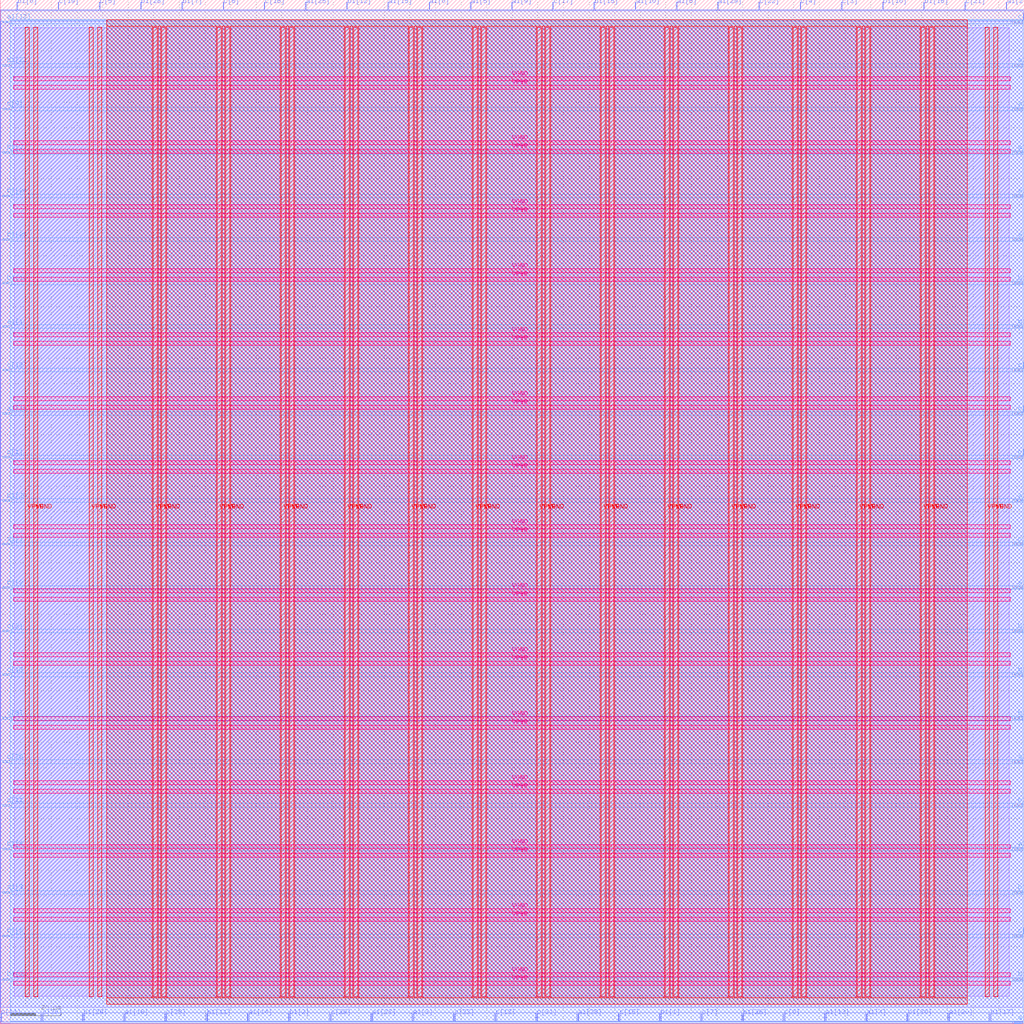
<source format=lef>
VERSION 5.7 ;
  NOWIREEXTENSIONATPIN ON ;
  DIVIDERCHAR "/" ;
  BUSBITCHARS "[]" ;
MACRO ks_vandana_fp_div
  CLASS BLOCK ;
  FOREIGN ks_vandana_fp_div ;
  ORIGIN 0.000 0.000 ;
  SIZE 400.000 BY 400.000 ;
  PIN VGND
    DIRECTION INOUT ;
    USE GROUND ;
    PORT
      LAYER met4 ;
        RECT 13.020 10.640 14.620 389.200 ;
    END
    PORT
      LAYER met4 ;
        RECT 38.020 10.640 39.620 389.200 ;
    END
    PORT
      LAYER met4 ;
        RECT 63.020 10.640 64.620 389.200 ;
    END
    PORT
      LAYER met4 ;
        RECT 88.020 10.640 89.620 389.200 ;
    END
    PORT
      LAYER met4 ;
        RECT 113.020 10.640 114.620 389.200 ;
    END
    PORT
      LAYER met4 ;
        RECT 138.020 10.640 139.620 389.200 ;
    END
    PORT
      LAYER met4 ;
        RECT 163.020 10.640 164.620 389.200 ;
    END
    PORT
      LAYER met4 ;
        RECT 188.020 10.640 189.620 389.200 ;
    END
    PORT
      LAYER met4 ;
        RECT 213.020 10.640 214.620 389.200 ;
    END
    PORT
      LAYER met4 ;
        RECT 238.020 10.640 239.620 389.200 ;
    END
    PORT
      LAYER met4 ;
        RECT 263.020 10.640 264.620 389.200 ;
    END
    PORT
      LAYER met4 ;
        RECT 288.020 10.640 289.620 389.200 ;
    END
    PORT
      LAYER met4 ;
        RECT 313.020 10.640 314.620 389.200 ;
    END
    PORT
      LAYER met4 ;
        RECT 338.020 10.640 339.620 389.200 ;
    END
    PORT
      LAYER met4 ;
        RECT 363.020 10.640 364.620 389.200 ;
    END
    PORT
      LAYER met4 ;
        RECT 388.020 10.640 389.620 389.200 ;
    END
    PORT
      LAYER met5 ;
        RECT 5.280 18.380 394.460 19.980 ;
    END
    PORT
      LAYER met5 ;
        RECT 5.280 43.380 394.460 44.980 ;
    END
    PORT
      LAYER met5 ;
        RECT 5.280 68.380 394.460 69.980 ;
    END
    PORT
      LAYER met5 ;
        RECT 5.280 93.380 394.460 94.980 ;
    END
    PORT
      LAYER met5 ;
        RECT 5.280 118.380 394.460 119.980 ;
    END
    PORT
      LAYER met5 ;
        RECT 5.280 143.380 394.460 144.980 ;
    END
    PORT
      LAYER met5 ;
        RECT 5.280 168.380 394.460 169.980 ;
    END
    PORT
      LAYER met5 ;
        RECT 5.280 193.380 394.460 194.980 ;
    END
    PORT
      LAYER met5 ;
        RECT 5.280 218.380 394.460 219.980 ;
    END
    PORT
      LAYER met5 ;
        RECT 5.280 243.380 394.460 244.980 ;
    END
    PORT
      LAYER met5 ;
        RECT 5.280 268.380 394.460 269.980 ;
    END
    PORT
      LAYER met5 ;
        RECT 5.280 293.380 394.460 294.980 ;
    END
    PORT
      LAYER met5 ;
        RECT 5.280 318.380 394.460 319.980 ;
    END
    PORT
      LAYER met5 ;
        RECT 5.280 343.380 394.460 344.980 ;
    END
    PORT
      LAYER met5 ;
        RECT 5.280 368.380 394.460 369.980 ;
    END
  END VGND
  PIN VPWR
    DIRECTION INOUT ;
    USE POWER ;
    PORT
      LAYER met4 ;
        RECT 9.720 10.640 11.320 389.200 ;
    END
    PORT
      LAYER met4 ;
        RECT 34.720 10.640 36.320 389.200 ;
    END
    PORT
      LAYER met4 ;
        RECT 59.720 10.640 61.320 389.200 ;
    END
    PORT
      LAYER met4 ;
        RECT 84.720 10.640 86.320 389.200 ;
    END
    PORT
      LAYER met4 ;
        RECT 109.720 10.640 111.320 389.200 ;
    END
    PORT
      LAYER met4 ;
        RECT 134.720 10.640 136.320 389.200 ;
    END
    PORT
      LAYER met4 ;
        RECT 159.720 10.640 161.320 389.200 ;
    END
    PORT
      LAYER met4 ;
        RECT 184.720 10.640 186.320 389.200 ;
    END
    PORT
      LAYER met4 ;
        RECT 209.720 10.640 211.320 389.200 ;
    END
    PORT
      LAYER met4 ;
        RECT 234.720 10.640 236.320 389.200 ;
    END
    PORT
      LAYER met4 ;
        RECT 259.720 10.640 261.320 389.200 ;
    END
    PORT
      LAYER met4 ;
        RECT 284.720 10.640 286.320 389.200 ;
    END
    PORT
      LAYER met4 ;
        RECT 309.720 10.640 311.320 389.200 ;
    END
    PORT
      LAYER met4 ;
        RECT 334.720 10.640 336.320 389.200 ;
    END
    PORT
      LAYER met4 ;
        RECT 359.720 10.640 361.320 389.200 ;
    END
    PORT
      LAYER met4 ;
        RECT 384.720 10.640 386.320 389.200 ;
    END
    PORT
      LAYER met5 ;
        RECT 5.280 15.080 394.460 16.680 ;
    END
    PORT
      LAYER met5 ;
        RECT 5.280 40.080 394.460 41.680 ;
    END
    PORT
      LAYER met5 ;
        RECT 5.280 65.080 394.460 66.680 ;
    END
    PORT
      LAYER met5 ;
        RECT 5.280 90.080 394.460 91.680 ;
    END
    PORT
      LAYER met5 ;
        RECT 5.280 115.080 394.460 116.680 ;
    END
    PORT
      LAYER met5 ;
        RECT 5.280 140.080 394.460 141.680 ;
    END
    PORT
      LAYER met5 ;
        RECT 5.280 165.080 394.460 166.680 ;
    END
    PORT
      LAYER met5 ;
        RECT 5.280 190.080 394.460 191.680 ;
    END
    PORT
      LAYER met5 ;
        RECT 5.280 215.080 394.460 216.680 ;
    END
    PORT
      LAYER met5 ;
        RECT 5.280 240.080 394.460 241.680 ;
    END
    PORT
      LAYER met5 ;
        RECT 5.280 265.080 394.460 266.680 ;
    END
    PORT
      LAYER met5 ;
        RECT 5.280 290.080 394.460 291.680 ;
    END
    PORT
      LAYER met5 ;
        RECT 5.280 315.080 394.460 316.680 ;
    END
    PORT
      LAYER met5 ;
        RECT 5.280 340.080 394.460 341.680 ;
    END
    PORT
      LAYER met5 ;
        RECT 5.280 365.080 394.460 366.680 ;
    END
  END VPWR
  PIN a1[0]
    DIRECTION INPUT ;
    USE SIGNAL ;
    PORT
      LAYER met2 ;
        RECT 167.530 396.000 167.810 399.000 ;
    END
  END a1[0]
  PIN a1[10]
    DIRECTION INPUT ;
    USE SIGNAL ;
    PORT
      LAYER met2 ;
        RECT 248.030 396.000 248.310 399.000 ;
    END
  END a1[10]
  PIN a1[11]
    DIRECTION INPUT ;
    USE SIGNAL ;
    PORT
      LAYER met3 ;
        RECT 1.000 272.040 4.000 272.640 ;
    END
  END a1[11]
  PIN a1[12]
    DIRECTION INPUT ;
    USE SIGNAL ;
    PORT
      LAYER met3 ;
        RECT 1.000 391.040 4.000 391.640 ;
    END
  END a1[12]
  PIN a1[13]
    DIRECTION INPUT ;
    USE SIGNAL ;
    PORT
      LAYER met2 ;
        RECT 322.090 1.000 322.370 4.000 ;
    END
  END a1[13]
  PIN a1[14]
    DIRECTION INPUT ;
    USE SIGNAL ;
    PORT
      LAYER met2 ;
        RECT 96.690 1.000 96.970 4.000 ;
    END
  END a1[14]
  PIN a1[15]
    DIRECTION INPUT ;
    USE SIGNAL ;
    PORT
      LAYER met2 ;
        RECT 151.430 396.000 151.710 399.000 ;
    END
  END a1[15]
  PIN a1[16]
    DIRECTION INPUT ;
    USE SIGNAL ;
    PORT
      LAYER met3 ;
        RECT 1.000 238.040 4.000 238.640 ;
    END
  END a1[16]
  PIN a1[17]
    DIRECTION INPUT ;
    USE SIGNAL ;
    PORT
      LAYER met3 ;
        RECT 1.000 187.040 4.000 187.640 ;
    END
  END a1[17]
  PIN a1[18]
    DIRECTION INPUT ;
    USE SIGNAL ;
    PORT
      LAYER met2 ;
        RECT 48.390 1.000 48.670 4.000 ;
    END
  END a1[18]
  PIN a1[19]
    DIRECTION INPUT ;
    USE SIGNAL ;
    PORT
      LAYER met3 ;
        RECT 396.000 0.040 399.000 0.640 ;
    END
  END a1[19]
  PIN a1[1]
    DIRECTION INPUT ;
    USE SIGNAL ;
    PORT
      LAYER met3 ;
        RECT 396.000 306.040 399.000 306.640 ;
    END
  END a1[1]
  PIN a1[20]
    DIRECTION INPUT ;
    USE SIGNAL ;
    PORT
      LAYER met2 ;
        RECT 370.390 1.000 370.670 4.000 ;
    END
  END a1[20]
  PIN a1[21]
    DIRECTION INPUT ;
    USE SIGNAL ;
    PORT
      LAYER met2 ;
        RECT 392.930 396.000 393.210 399.000 ;
    END
  END a1[21]
  PIN a1[22]
    DIRECTION INPUT ;
    USE SIGNAL ;
    PORT
      LAYER met3 ;
        RECT 396.000 170.040 399.000 170.640 ;
    END
  END a1[22]
  PIN a1[23]
    DIRECTION INPUT ;
    USE SIGNAL ;
    PORT
      LAYER met2 ;
        RECT 144.990 1.000 145.270 4.000 ;
    END
  END a1[23]
  PIN a1[24]
    DIRECTION INPUT ;
    USE SIGNAL ;
    PORT
      LAYER met3 ;
        RECT 396.000 357.040 399.000 357.640 ;
    END
  END a1[24]
  PIN a1[25]
    DIRECTION INPUT ;
    USE SIGNAL ;
    PORT
      LAYER met2 ;
        RECT 119.230 396.000 119.510 399.000 ;
    END
  END a1[25]
  PIN a1[26]
    DIRECTION INPUT ;
    USE SIGNAL ;
    PORT
      LAYER met3 ;
        RECT 396.000 323.040 399.000 323.640 ;
    END
  END a1[26]
  PIN a1[27]
    DIRECTION INPUT ;
    USE SIGNAL ;
    PORT
      LAYER met3 ;
        RECT 396.000 374.040 399.000 374.640 ;
    END
  END a1[27]
  PIN a1[28]
    DIRECTION INPUT ;
    USE SIGNAL ;
    PORT
      LAYER met2 ;
        RECT 225.490 1.000 225.770 4.000 ;
    END
  END a1[28]
  PIN a1[29]
    DIRECTION INPUT ;
    USE SIGNAL ;
    PORT
      LAYER met2 ;
        RECT 280.230 396.000 280.510 399.000 ;
    END
  END a1[29]
  PIN a1[2]
    DIRECTION INPUT ;
    USE SIGNAL ;
    PORT
      LAYER met3 ;
        RECT 396.000 204.040 399.000 204.640 ;
    END
  END a1[2]
  PIN a1[30]
    DIRECTION INPUT ;
    USE SIGNAL ;
    PORT
      LAYER met3 ;
        RECT 396.000 102.040 399.000 102.640 ;
    END
  END a1[30]
  PIN a1[31]
    DIRECTION INPUT ;
    USE SIGNAL ;
    PORT
      LAYER met3 ;
        RECT 1.000 51.040 4.000 51.640 ;
    END
  END a1[31]
  PIN a1[3]
    DIRECTION INPUT ;
    USE SIGNAL ;
    PORT
      LAYER met2 ;
        RECT 161.090 1.000 161.370 4.000 ;
    END
  END a1[3]
  PIN a1[4]
    DIRECTION INPUT ;
    USE SIGNAL ;
    PORT
      LAYER met2 ;
        RECT 338.190 1.000 338.470 4.000 ;
    END
  END a1[4]
  PIN a1[5]
    DIRECTION INPUT ;
    USE SIGNAL ;
    PORT
      LAYER met2 ;
        RECT 183.630 396.000 183.910 399.000 ;
    END
  END a1[5]
  PIN a1[6]
    DIRECTION INPUT ;
    USE SIGNAL ;
    PORT
      LAYER met2 ;
        RECT 264.130 396.000 264.410 399.000 ;
    END
  END a1[6]
  PIN a1[7]
    DIRECTION INPUT ;
    USE SIGNAL ;
    PORT
      LAYER met3 ;
        RECT 396.000 340.040 399.000 340.640 ;
    END
  END a1[7]
  PIN a1[8]
    DIRECTION INPUT ;
    USE SIGNAL ;
    PORT
      LAYER met3 ;
        RECT 396.000 68.040 399.000 68.640 ;
    END
  END a1[8]
  PIN a1[9]
    DIRECTION INPUT ;
    USE SIGNAL ;
    PORT
      LAYER met2 ;
        RECT 199.730 396.000 200.010 399.000 ;
    END
  END a1[9]
  PIN b1[0]
    DIRECTION INPUT ;
    USE SIGNAL ;
    PORT
      LAYER met2 ;
        RECT 6.530 396.000 6.810 399.000 ;
    END
  END b1[0]
  PIN b1[10]
    DIRECTION INPUT ;
    USE SIGNAL ;
    PORT
      LAYER met2 ;
        RECT 344.630 396.000 344.910 399.000 ;
    END
  END b1[10]
  PIN b1[11]
    DIRECTION INPUT ;
    USE SIGNAL ;
    PORT
      LAYER met2 ;
        RECT 80.590 1.000 80.870 4.000 ;
    END
  END b1[11]
  PIN b1[12]
    DIRECTION INPUT ;
    USE SIGNAL ;
    PORT
      LAYER met2 ;
        RECT 135.330 396.000 135.610 399.000 ;
    END
  END b1[12]
  PIN b1[13]
    DIRECTION INPUT ;
    USE SIGNAL ;
    PORT
      LAYER met3 ;
        RECT 396.000 289.040 399.000 289.640 ;
    END
  END b1[13]
  PIN b1[14]
    DIRECTION INPUT ;
    USE SIGNAL ;
    PORT
      LAYER met3 ;
        RECT 396.000 119.040 399.000 119.640 ;
    END
  END b1[14]
  PIN b1[15]
    DIRECTION INPUT ;
    USE SIGNAL ;
    PORT
      LAYER met2 ;
        RECT 231.930 396.000 232.210 399.000 ;
    END
  END b1[15]
  PIN b1[16]
    DIRECTION INPUT ;
    USE SIGNAL ;
    PORT
      LAYER met2 ;
        RECT 360.730 396.000 361.010 399.000 ;
    END
  END b1[16]
  PIN b1[17]
    DIRECTION INPUT ;
    USE SIGNAL ;
    PORT
      LAYER met2 ;
        RECT 386.490 1.000 386.770 4.000 ;
    END
  END b1[17]
  PIN b1[18]
    DIRECTION INPUT ;
    USE SIGNAL ;
    PORT
      LAYER met3 ;
        RECT 396.000 272.040 399.000 272.640 ;
    END
  END b1[18]
  PIN b1[19]
    DIRECTION INPUT ;
    USE SIGNAL ;
    PORT
      LAYER met3 ;
        RECT 1.000 289.040 4.000 289.640 ;
    END
  END b1[19]
  PIN b1[1]
    DIRECTION INPUT ;
    USE SIGNAL ;
    PORT
      LAYER met2 ;
        RECT 257.690 1.000 257.970 4.000 ;
    END
  END b1[1]
  PIN b1[20]
    DIRECTION INPUT ;
    USE SIGNAL ;
    PORT
      LAYER met3 ;
        RECT 1.000 204.040 4.000 204.640 ;
    END
  END b1[20]
  PIN b1[21]
    DIRECTION INPUT ;
    USE SIGNAL ;
    PORT
      LAYER met3 ;
        RECT 396.000 51.040 399.000 51.640 ;
    END
  END b1[21]
  PIN b1[22]
    DIRECTION INPUT ;
    USE SIGNAL ;
    PORT
      LAYER met3 ;
        RECT 1.000 17.040 4.000 17.640 ;
    END
  END b1[22]
  PIN b1[23]
    DIRECTION INPUT ;
    USE SIGNAL ;
    PORT
      LAYER met3 ;
        RECT 1.000 374.040 4.000 374.640 ;
    END
  END b1[23]
  PIN b1[24]
    DIRECTION INPUT ;
    USE SIGNAL ;
    PORT
      LAYER met3 ;
        RECT 1.000 323.040 4.000 323.640 ;
    END
  END b1[24]
  PIN b1[25]
    DIRECTION INPUT ;
    USE SIGNAL ;
    PORT
      LAYER met3 ;
        RECT 1.000 306.040 4.000 306.640 ;
    END
  END b1[25]
  PIN b1[26]
    DIRECTION INPUT ;
    USE SIGNAL ;
    PORT
      LAYER met2 ;
        RECT 289.890 1.000 290.170 4.000 ;
    END
  END b1[26]
  PIN b1[27]
    DIRECTION INPUT ;
    USE SIGNAL ;
    PORT
      LAYER met3 ;
        RECT 1.000 340.040 4.000 340.640 ;
    END
  END b1[27]
  PIN b1[28]
    DIRECTION INPUT ;
    USE SIGNAL ;
    PORT
      LAYER met2 ;
        RECT 54.830 396.000 55.110 399.000 ;
    END
  END b1[28]
  PIN b1[29]
    DIRECTION INPUT ;
    USE SIGNAL ;
    PORT
      LAYER met2 ;
        RECT 32.290 1.000 32.570 4.000 ;
    END
  END b1[29]
  PIN b1[2]
    DIRECTION INPUT ;
    USE SIGNAL ;
    PORT
      LAYER met2 ;
        RECT 112.790 1.000 113.070 4.000 ;
    END
  END b1[2]
  PIN b1[30]
    DIRECTION INPUT ;
    USE SIGNAL ;
    PORT
      LAYER met2 ;
        RECT 354.290 1.000 354.570 4.000 ;
    END
  END b1[30]
  PIN b1[31]
    DIRECTION INPUT ;
    USE SIGNAL ;
    PORT
      LAYER met3 ;
        RECT 396.000 153.040 399.000 153.640 ;
    END
  END b1[31]
  PIN b1[3]
    DIRECTION INPUT ;
    USE SIGNAL ;
    PORT
      LAYER met3 ;
        RECT 396.000 85.040 399.000 85.640 ;
    END
  END b1[3]
  PIN b1[4]
    DIRECTION INPUT ;
    USE SIGNAL ;
    PORT
      LAYER met3 ;
        RECT 1.000 68.040 4.000 68.640 ;
    END
  END b1[4]
  PIN b1[5]
    DIRECTION INPUT ;
    USE SIGNAL ;
    PORT
      LAYER met3 ;
        RECT 1.000 34.040 4.000 34.640 ;
    END
  END b1[5]
  PIN b1[6]
    DIRECTION INPUT ;
    USE SIGNAL ;
    PORT
      LAYER met3 ;
        RECT 396.000 17.040 399.000 17.640 ;
    END
  END b1[6]
  PIN b1[7]
    DIRECTION INPUT ;
    USE SIGNAL ;
    PORT
      LAYER met2 ;
        RECT 70.930 396.000 71.210 399.000 ;
    END
  END b1[7]
  PIN b1[8]
    DIRECTION INPUT ;
    USE SIGNAL ;
    PORT
      LAYER met3 ;
        RECT 396.000 136.040 399.000 136.640 ;
    END
  END b1[8]
  PIN b1[9]
    DIRECTION INPUT ;
    USE SIGNAL ;
    PORT
      LAYER met3 ;
        RECT 1.000 170.040 4.000 170.640 ;
    END
  END b1[9]
  PIN c[0]
    DIRECTION OUTPUT TRISTATE ;
    USE SIGNAL ;
    PORT
      LAYER met2 ;
        RECT 305.990 1.000 306.270 4.000 ;
    END
  END c[0]
  PIN c[10]
    DIRECTION OUTPUT TRISTATE ;
    USE SIGNAL ;
    PORT
      LAYER met3 ;
        RECT 396.000 255.040 399.000 255.640 ;
    END
  END c[10]
  PIN c[11]
    DIRECTION OUTPUT TRISTATE ;
    USE SIGNAL ;
    PORT
      LAYER met3 ;
        RECT 1.000 85.040 4.000 85.640 ;
    END
  END c[11]
  PIN c[12]
    DIRECTION OUTPUT TRISTATE ;
    USE SIGNAL ;
    PORT
      LAYER met3 ;
        RECT 1.000 255.040 4.000 255.640 ;
    END
  END c[12]
  PIN c[13]
    DIRECTION OUTPUT TRISTATE ;
    USE SIGNAL ;
    PORT
      LAYER met2 ;
        RECT 193.290 1.000 193.570 4.000 ;
    END
  END c[13]
  PIN c[14]
    DIRECTION OUTPUT TRISTATE ;
    USE SIGNAL ;
    PORT
      LAYER met2 ;
        RECT 0.090 1.000 0.370 4.000 ;
    END
  END c[14]
  PIN c[15]
    DIRECTION OUTPUT TRISTATE ;
    USE SIGNAL ;
    PORT
      LAYER met2 ;
        RECT 241.590 1.000 241.870 4.000 ;
    END
  END c[15]
  PIN c[16]
    DIRECTION OUTPUT TRISTATE ;
    USE SIGNAL ;
    PORT
      LAYER met2 ;
        RECT 103.130 396.000 103.410 399.000 ;
    END
  END c[16]
  PIN c[17]
    DIRECTION OUTPUT TRISTATE ;
    USE SIGNAL ;
    PORT
      LAYER met2 ;
        RECT 215.830 396.000 216.110 399.000 ;
    END
  END c[17]
  PIN c[18]
    DIRECTION OUTPUT TRISTATE ;
    USE SIGNAL ;
    PORT
      LAYER met3 ;
        RECT 1.000 136.040 4.000 136.640 ;
    END
  END c[18]
  PIN c[19]
    DIRECTION OUTPUT TRISTATE ;
    USE SIGNAL ;
    PORT
      LAYER met2 ;
        RECT 22.630 396.000 22.910 399.000 ;
    END
  END c[19]
  PIN c[1]
    DIRECTION OUTPUT TRISTATE ;
    USE SIGNAL ;
    PORT
      LAYER met3 ;
        RECT 1.000 221.040 4.000 221.640 ;
    END
  END c[1]
  PIN c[20]
    DIRECTION OUTPUT TRISTATE ;
    USE SIGNAL ;
    PORT
      LAYER met2 ;
        RECT 16.190 1.000 16.470 4.000 ;
    END
  END c[20]
  PIN c[21]
    DIRECTION OUTPUT TRISTATE ;
    USE SIGNAL ;
    PORT
      LAYER met2 ;
        RECT 376.830 396.000 377.110 399.000 ;
    END
  END c[21]
  PIN c[22]
    DIRECTION OUTPUT TRISTATE ;
    USE SIGNAL ;
    PORT
      LAYER met2 ;
        RECT 296.330 396.000 296.610 399.000 ;
    END
  END c[22]
  PIN c[23]
    DIRECTION OUTPUT TRISTATE ;
    USE SIGNAL ;
    PORT
      LAYER met2 ;
        RECT 177.190 1.000 177.470 4.000 ;
    END
  END c[23]
  PIN c[24]
    DIRECTION OUTPUT TRISTATE ;
    USE SIGNAL ;
    PORT
      LAYER met3 ;
        RECT 396.000 391.040 399.000 391.640 ;
    END
  END c[24]
  PIN c[25]
    DIRECTION OUTPUT TRISTATE ;
    USE SIGNAL ;
    PORT
      LAYER met3 ;
        RECT 396.000 34.040 399.000 34.640 ;
    END
  END c[25]
  PIN c[26]
    DIRECTION OUTPUT TRISTATE ;
    USE SIGNAL ;
    PORT
      LAYER met3 ;
        RECT 1.000 102.040 4.000 102.640 ;
    END
  END c[26]
  PIN c[27]
    DIRECTION OUTPUT TRISTATE ;
    USE SIGNAL ;
    PORT
      LAYER met3 ;
        RECT 396.000 221.040 399.000 221.640 ;
    END
  END c[27]
  PIN c[28]
    DIRECTION OUTPUT TRISTATE ;
    USE SIGNAL ;
    PORT
      LAYER met2 ;
        RECT 64.490 1.000 64.770 4.000 ;
    END
  END c[28]
  PIN c[29]
    DIRECTION OUTPUT TRISTATE ;
    USE SIGNAL ;
    PORT
      LAYER met2 ;
        RECT 128.890 1.000 129.170 4.000 ;
    END
  END c[29]
  PIN c[2]
    DIRECTION OUTPUT TRISTATE ;
    USE SIGNAL ;
    PORT
      LAYER met3 ;
        RECT 1.000 153.040 4.000 153.640 ;
    END
  END c[2]
  PIN c[30]
    DIRECTION OUTPUT TRISTATE ;
    USE SIGNAL ;
    PORT
      LAYER met3 ;
        RECT 396.000 238.040 399.000 238.640 ;
    END
  END c[30]
  PIN c[31]
    DIRECTION OUTPUT TRISTATE ;
    USE SIGNAL ;
    PORT
      LAYER met2 ;
        RECT 209.390 1.000 209.670 4.000 ;
    END
  END c[31]
  PIN c[3]
    DIRECTION OUTPUT TRISTATE ;
    USE SIGNAL ;
    PORT
      LAYER met2 ;
        RECT 328.530 396.000 328.810 399.000 ;
    END
  END c[3]
  PIN c[4]
    DIRECTION OUTPUT TRISTATE ;
    USE SIGNAL ;
    PORT
      LAYER met2 ;
        RECT 312.430 396.000 312.710 399.000 ;
    END
  END c[4]
  PIN c[5]
    DIRECTION OUTPUT TRISTATE ;
    USE SIGNAL ;
    PORT
      LAYER met2 ;
        RECT 38.730 396.000 39.010 399.000 ;
    END
  END c[5]
  PIN c[6]
    DIRECTION OUTPUT TRISTATE ;
    USE SIGNAL ;
    PORT
      LAYER met2 ;
        RECT 87.030 396.000 87.310 399.000 ;
    END
  END c[6]
  PIN c[7]
    DIRECTION OUTPUT TRISTATE ;
    USE SIGNAL ;
    PORT
      LAYER met2 ;
        RECT 273.790 1.000 274.070 4.000 ;
    END
  END c[7]
  PIN c[8]
    DIRECTION OUTPUT TRISTATE ;
    USE SIGNAL ;
    PORT
      LAYER met3 ;
        RECT 1.000 119.040 4.000 119.640 ;
    END
  END c[8]
  PIN c[9]
    DIRECTION OUTPUT TRISTATE ;
    USE SIGNAL ;
    PORT
      LAYER met3 ;
        RECT 1.000 357.040 4.000 357.640 ;
    END
  END c[9]
  PIN clk
    DIRECTION INPUT ;
    USE SIGNAL ;
    PORT
      LAYER met3 ;
        RECT 396.000 187.040 399.000 187.640 ;
    END
  END clk
  OBS
      LAYER li1 ;
        RECT 5.520 10.795 394.220 389.045 ;
      LAYER met1 ;
        RECT 0.070 6.500 399.670 391.640 ;
      LAYER met2 ;
        RECT 0.100 395.720 6.250 396.170 ;
        RECT 7.090 395.720 22.350 396.170 ;
        RECT 23.190 395.720 38.450 396.170 ;
        RECT 39.290 395.720 54.550 396.170 ;
        RECT 55.390 395.720 70.650 396.170 ;
        RECT 71.490 395.720 86.750 396.170 ;
        RECT 87.590 395.720 102.850 396.170 ;
        RECT 103.690 395.720 118.950 396.170 ;
        RECT 119.790 395.720 135.050 396.170 ;
        RECT 135.890 395.720 151.150 396.170 ;
        RECT 151.990 395.720 167.250 396.170 ;
        RECT 168.090 395.720 183.350 396.170 ;
        RECT 184.190 395.720 199.450 396.170 ;
        RECT 200.290 395.720 215.550 396.170 ;
        RECT 216.390 395.720 231.650 396.170 ;
        RECT 232.490 395.720 247.750 396.170 ;
        RECT 248.590 395.720 263.850 396.170 ;
        RECT 264.690 395.720 279.950 396.170 ;
        RECT 280.790 395.720 296.050 396.170 ;
        RECT 296.890 395.720 312.150 396.170 ;
        RECT 312.990 395.720 328.250 396.170 ;
        RECT 329.090 395.720 344.350 396.170 ;
        RECT 345.190 395.720 360.450 396.170 ;
        RECT 361.290 395.720 376.550 396.170 ;
        RECT 377.390 395.720 392.650 396.170 ;
        RECT 393.490 395.720 399.650 396.170 ;
        RECT 0.100 4.280 399.650 395.720 ;
        RECT 0.650 0.720 15.910 4.280 ;
        RECT 16.750 0.720 32.010 4.280 ;
        RECT 32.850 0.720 48.110 4.280 ;
        RECT 48.950 0.720 64.210 4.280 ;
        RECT 65.050 0.720 80.310 4.280 ;
        RECT 81.150 0.720 96.410 4.280 ;
        RECT 97.250 0.720 112.510 4.280 ;
        RECT 113.350 0.720 128.610 4.280 ;
        RECT 129.450 0.720 144.710 4.280 ;
        RECT 145.550 0.720 160.810 4.280 ;
        RECT 161.650 0.720 176.910 4.280 ;
        RECT 177.750 0.720 193.010 4.280 ;
        RECT 193.850 0.720 209.110 4.280 ;
        RECT 209.950 0.720 225.210 4.280 ;
        RECT 226.050 0.720 241.310 4.280 ;
        RECT 242.150 0.720 257.410 4.280 ;
        RECT 258.250 0.720 273.510 4.280 ;
        RECT 274.350 0.720 289.610 4.280 ;
        RECT 290.450 0.720 305.710 4.280 ;
        RECT 306.550 0.720 321.810 4.280 ;
        RECT 322.650 0.720 337.910 4.280 ;
        RECT 338.750 0.720 354.010 4.280 ;
        RECT 354.850 0.720 370.110 4.280 ;
        RECT 370.950 0.720 386.210 4.280 ;
        RECT 387.050 0.720 399.650 4.280 ;
        RECT 0.100 0.155 399.650 0.720 ;
      LAYER met3 ;
        RECT 4.000 392.040 399.675 392.185 ;
        RECT 4.400 390.640 395.600 392.040 ;
        RECT 399.400 390.640 399.675 392.040 ;
        RECT 4.000 375.040 399.675 390.640 ;
        RECT 4.400 373.640 395.600 375.040 ;
        RECT 399.400 373.640 399.675 375.040 ;
        RECT 4.000 358.040 399.675 373.640 ;
        RECT 4.400 356.640 395.600 358.040 ;
        RECT 399.400 356.640 399.675 358.040 ;
        RECT 4.000 341.040 399.675 356.640 ;
        RECT 4.400 339.640 395.600 341.040 ;
        RECT 399.400 339.640 399.675 341.040 ;
        RECT 4.000 324.040 399.675 339.640 ;
        RECT 4.400 322.640 395.600 324.040 ;
        RECT 399.400 322.640 399.675 324.040 ;
        RECT 4.000 307.040 399.675 322.640 ;
        RECT 4.400 305.640 395.600 307.040 ;
        RECT 399.400 305.640 399.675 307.040 ;
        RECT 4.000 290.040 399.675 305.640 ;
        RECT 4.400 288.640 395.600 290.040 ;
        RECT 399.400 288.640 399.675 290.040 ;
        RECT 4.000 273.040 399.675 288.640 ;
        RECT 4.400 271.640 395.600 273.040 ;
        RECT 399.400 271.640 399.675 273.040 ;
        RECT 4.000 256.040 399.675 271.640 ;
        RECT 4.400 254.640 395.600 256.040 ;
        RECT 399.400 254.640 399.675 256.040 ;
        RECT 4.000 239.040 399.675 254.640 ;
        RECT 4.400 237.640 395.600 239.040 ;
        RECT 399.400 237.640 399.675 239.040 ;
        RECT 4.000 222.040 399.675 237.640 ;
        RECT 4.400 220.640 395.600 222.040 ;
        RECT 399.400 220.640 399.675 222.040 ;
        RECT 4.000 205.040 399.675 220.640 ;
        RECT 4.400 203.640 395.600 205.040 ;
        RECT 399.400 203.640 399.675 205.040 ;
        RECT 4.000 188.040 399.675 203.640 ;
        RECT 4.400 186.640 395.600 188.040 ;
        RECT 399.400 186.640 399.675 188.040 ;
        RECT 4.000 171.040 399.675 186.640 ;
        RECT 4.400 169.640 395.600 171.040 ;
        RECT 399.400 169.640 399.675 171.040 ;
        RECT 4.000 154.040 399.675 169.640 ;
        RECT 4.400 152.640 395.600 154.040 ;
        RECT 399.400 152.640 399.675 154.040 ;
        RECT 4.000 137.040 399.675 152.640 ;
        RECT 4.400 135.640 395.600 137.040 ;
        RECT 399.400 135.640 399.675 137.040 ;
        RECT 4.000 120.040 399.675 135.640 ;
        RECT 4.400 118.640 395.600 120.040 ;
        RECT 399.400 118.640 399.675 120.040 ;
        RECT 4.000 103.040 399.675 118.640 ;
        RECT 4.400 101.640 395.600 103.040 ;
        RECT 399.400 101.640 399.675 103.040 ;
        RECT 4.000 86.040 399.675 101.640 ;
        RECT 4.400 84.640 395.600 86.040 ;
        RECT 399.400 84.640 399.675 86.040 ;
        RECT 4.000 69.040 399.675 84.640 ;
        RECT 4.400 67.640 395.600 69.040 ;
        RECT 399.400 67.640 399.675 69.040 ;
        RECT 4.000 52.040 399.675 67.640 ;
        RECT 4.400 50.640 395.600 52.040 ;
        RECT 399.400 50.640 399.675 52.040 ;
        RECT 4.000 35.040 399.675 50.640 ;
        RECT 4.400 33.640 395.600 35.040 ;
        RECT 399.400 33.640 399.675 35.040 ;
        RECT 4.000 18.040 399.675 33.640 ;
        RECT 4.400 16.640 395.600 18.040 ;
        RECT 399.400 16.640 399.675 18.040 ;
        RECT 4.000 1.040 399.675 16.640 ;
        RECT 4.000 0.175 395.600 1.040 ;
        RECT 399.400 0.175 399.675 1.040 ;
      LAYER met4 ;
        RECT 41.695 389.600 377.825 392.185 ;
        RECT 41.695 10.240 59.320 389.600 ;
        RECT 61.720 10.240 62.620 389.600 ;
        RECT 65.020 10.240 84.320 389.600 ;
        RECT 86.720 10.240 87.620 389.600 ;
        RECT 90.020 10.240 109.320 389.600 ;
        RECT 111.720 10.240 112.620 389.600 ;
        RECT 115.020 10.240 134.320 389.600 ;
        RECT 136.720 10.240 137.620 389.600 ;
        RECT 140.020 10.240 159.320 389.600 ;
        RECT 161.720 10.240 162.620 389.600 ;
        RECT 165.020 10.240 184.320 389.600 ;
        RECT 186.720 10.240 187.620 389.600 ;
        RECT 190.020 10.240 209.320 389.600 ;
        RECT 211.720 10.240 212.620 389.600 ;
        RECT 215.020 10.240 234.320 389.600 ;
        RECT 236.720 10.240 237.620 389.600 ;
        RECT 240.020 10.240 259.320 389.600 ;
        RECT 261.720 10.240 262.620 389.600 ;
        RECT 265.020 10.240 284.320 389.600 ;
        RECT 286.720 10.240 287.620 389.600 ;
        RECT 290.020 10.240 309.320 389.600 ;
        RECT 311.720 10.240 312.620 389.600 ;
        RECT 315.020 10.240 334.320 389.600 ;
        RECT 336.720 10.240 337.620 389.600 ;
        RECT 340.020 10.240 359.320 389.600 ;
        RECT 361.720 10.240 362.620 389.600 ;
        RECT 365.020 10.240 377.825 389.600 ;
        RECT 41.695 7.655 377.825 10.240 ;
  END
END ks_vandana_fp_div
END LIBRARY


</source>
